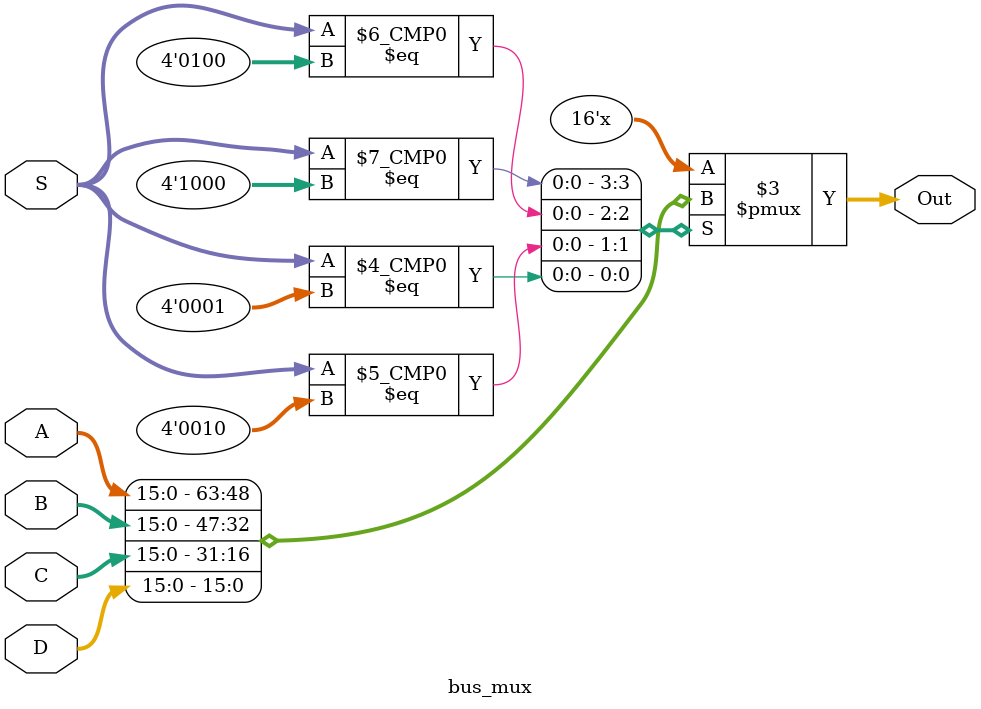
<source format=sv>

module two_to_one_mux(
	input logic [15:0] A, 
	input logic [15:0] B, 
	input logic S, 
	output logic [15:0] D
);

always_comb
	begin
		if (S == 1'b0)
			D = A;
		else
			D = B;
	end
endmodule

module four_to_one_mux(
	input logic [15:0] A, 
	input logic [15:0] B, 
	input logic [15:0] C, 
	input logic [15:0] D, 
	input logic [1:0] S, 
	output logic [15:0] Out
);

always_comb
	begin
		unique case (S)
			2'b00 : Out = A;
			2'b01 : Out = B;
			2'b10 : Out = C;
			2'b11 : Out = D;
		endcase
	end
endmodule

module bus_mux(
	input logic [15:0] A, 
	input logic [15:0] B, 
	input logic [15:0] C, 
	input logic [15:0] D, 
	input logic [3:0] S, 
	output logic [15:0] Out
);

always_comb
	begin
		unique case (S)
			4'b1000 : Out = A;
			4'b0100 : Out = B;
			4'b0010 : Out = C;
			4'b0001 : Out = D;
		endcase
	end
endmodule
</source>
